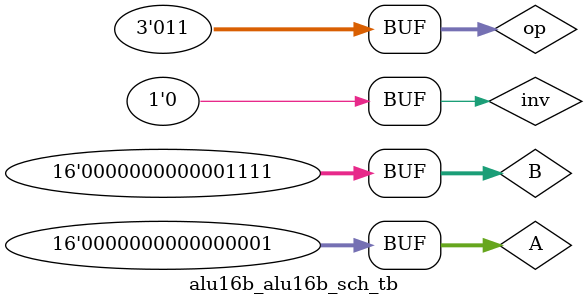
<source format=v>

`timescale 1ns / 1ps

module alu16b_alu16b_sch_tb();

// Inputs
   reg [2:0] op;
   reg [15:0] A;
   reg [15:0] B;
	reg inv;

// Output
   wire ovfl;
   wire zero;
   wire [15:0] R;

// Bidirs

// Instantiate the UUT
   alu16b UUT (
		.op(op), 
		.A(A), 
		.B(B), 
		.ovfl(ovfl), 
		.zero(zero), 
		.R(R),
		.inv(inv)
   );
// Initialize Inputs
	initial begin 
		op = 0;
		A = 0;
		B = 0;
		inv = 0;
		#100
		
		// Test 1
		A = 4'hFFFF;
		B = 4'h0001;
		op = 0;
		#50;
		if(R == 4'h0001)
			$display("TEST 'AND' PASS!");
		else
			$display("TEST 'AND' FAILED!");
		
		op = 1;
		#50;
		if(R == 4'hFFFF)
			$display("TEST 'OR' PASS!");
		else
			$display("TEST 'OR' FAILED!");
			
		op = 2;
		#50;
		if(R == 4'h0000 && ovfl == 1 && zero == 0)
			$display("TEST 'ADD' PASS!");
		else
			$display("TEST 'ADD' FAILED!");
			
		op = 3;
		#50;
		if(R == 0)
			$display("TEST 'SLT' PASS!");
		else
			$display("TEST 'SLT' FAILED!");
		
		A = 4'h0001;
		B = 4'hFFFF;
		#50;
		if(R == 0)
			$display("TEST 'SLT' PASS!");
		else
			$display("TEST 'SLT' FAILED!");
	end
	
endmodule

</source>
